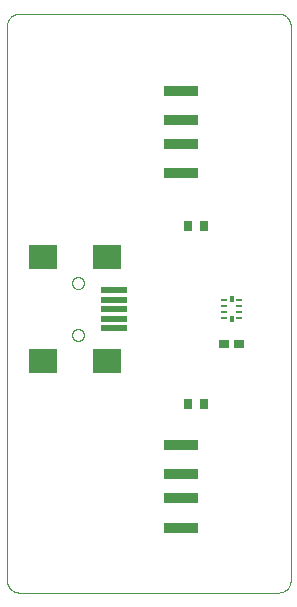
<source format=gtp>
G75*
%MOIN*%
%OFA0B0*%
%FSLAX25Y25*%
%IPPOS*%
%LPD*%
%AMOC8*
5,1,8,0,0,1.08239X$1,22.5*
%
%ADD10C,0.00000*%
%ADD11R,0.03642X0.02913*%
%ADD12R,0.11811X0.03543*%
%ADD13R,0.09449X0.07874*%
%ADD14R,0.09087X0.01969*%
%ADD15R,0.02756X0.03543*%
%ADD16R,0.02283X0.00984*%
%ADD17R,0.01378X0.02480*%
D10*
X0001500Y0005437D02*
X0001500Y0190476D01*
X0001502Y0190600D01*
X0001508Y0190723D01*
X0001517Y0190847D01*
X0001531Y0190969D01*
X0001548Y0191092D01*
X0001570Y0191214D01*
X0001595Y0191335D01*
X0001624Y0191455D01*
X0001656Y0191574D01*
X0001693Y0191693D01*
X0001733Y0191810D01*
X0001776Y0191925D01*
X0001824Y0192040D01*
X0001875Y0192152D01*
X0001929Y0192263D01*
X0001987Y0192373D01*
X0002048Y0192480D01*
X0002113Y0192586D01*
X0002181Y0192689D01*
X0002252Y0192790D01*
X0002326Y0192889D01*
X0002403Y0192986D01*
X0002484Y0193080D01*
X0002567Y0193171D01*
X0002653Y0193260D01*
X0002742Y0193346D01*
X0002833Y0193429D01*
X0002927Y0193510D01*
X0003024Y0193587D01*
X0003123Y0193661D01*
X0003224Y0193732D01*
X0003327Y0193800D01*
X0003433Y0193865D01*
X0003540Y0193926D01*
X0003650Y0193984D01*
X0003761Y0194038D01*
X0003873Y0194089D01*
X0003988Y0194137D01*
X0004103Y0194180D01*
X0004220Y0194220D01*
X0004339Y0194257D01*
X0004458Y0194289D01*
X0004578Y0194318D01*
X0004699Y0194343D01*
X0004821Y0194365D01*
X0004944Y0194382D01*
X0005066Y0194396D01*
X0005190Y0194405D01*
X0005313Y0194411D01*
X0005437Y0194413D01*
X0092051Y0194413D01*
X0092175Y0194411D01*
X0092298Y0194405D01*
X0092422Y0194396D01*
X0092544Y0194382D01*
X0092667Y0194365D01*
X0092789Y0194343D01*
X0092910Y0194318D01*
X0093030Y0194289D01*
X0093149Y0194257D01*
X0093268Y0194220D01*
X0093385Y0194180D01*
X0093500Y0194137D01*
X0093615Y0194089D01*
X0093727Y0194038D01*
X0093838Y0193984D01*
X0093948Y0193926D01*
X0094055Y0193865D01*
X0094161Y0193800D01*
X0094264Y0193732D01*
X0094365Y0193661D01*
X0094464Y0193587D01*
X0094561Y0193510D01*
X0094655Y0193429D01*
X0094746Y0193346D01*
X0094835Y0193260D01*
X0094921Y0193171D01*
X0095004Y0193080D01*
X0095085Y0192986D01*
X0095162Y0192889D01*
X0095236Y0192790D01*
X0095307Y0192689D01*
X0095375Y0192586D01*
X0095440Y0192480D01*
X0095501Y0192373D01*
X0095559Y0192263D01*
X0095613Y0192152D01*
X0095664Y0192040D01*
X0095712Y0191925D01*
X0095755Y0191810D01*
X0095795Y0191693D01*
X0095832Y0191574D01*
X0095864Y0191455D01*
X0095893Y0191335D01*
X0095918Y0191214D01*
X0095940Y0191092D01*
X0095957Y0190969D01*
X0095971Y0190847D01*
X0095980Y0190723D01*
X0095986Y0190600D01*
X0095988Y0190476D01*
X0095988Y0005437D01*
X0095986Y0005313D01*
X0095980Y0005190D01*
X0095971Y0005066D01*
X0095957Y0004944D01*
X0095940Y0004821D01*
X0095918Y0004699D01*
X0095893Y0004578D01*
X0095864Y0004458D01*
X0095832Y0004339D01*
X0095795Y0004220D01*
X0095755Y0004103D01*
X0095712Y0003988D01*
X0095664Y0003873D01*
X0095613Y0003761D01*
X0095559Y0003650D01*
X0095501Y0003540D01*
X0095440Y0003433D01*
X0095375Y0003327D01*
X0095307Y0003224D01*
X0095236Y0003123D01*
X0095162Y0003024D01*
X0095085Y0002927D01*
X0095004Y0002833D01*
X0094921Y0002742D01*
X0094835Y0002653D01*
X0094746Y0002567D01*
X0094655Y0002484D01*
X0094561Y0002403D01*
X0094464Y0002326D01*
X0094365Y0002252D01*
X0094264Y0002181D01*
X0094161Y0002113D01*
X0094055Y0002048D01*
X0093948Y0001987D01*
X0093838Y0001929D01*
X0093727Y0001875D01*
X0093615Y0001824D01*
X0093500Y0001776D01*
X0093385Y0001733D01*
X0093268Y0001693D01*
X0093149Y0001656D01*
X0093030Y0001624D01*
X0092910Y0001595D01*
X0092789Y0001570D01*
X0092667Y0001548D01*
X0092544Y0001531D01*
X0092422Y0001517D01*
X0092298Y0001508D01*
X0092175Y0001502D01*
X0092051Y0001500D01*
X0005437Y0001500D01*
X0005313Y0001502D01*
X0005190Y0001508D01*
X0005066Y0001517D01*
X0004944Y0001531D01*
X0004821Y0001548D01*
X0004699Y0001570D01*
X0004578Y0001595D01*
X0004458Y0001624D01*
X0004339Y0001656D01*
X0004220Y0001693D01*
X0004103Y0001733D01*
X0003988Y0001776D01*
X0003873Y0001824D01*
X0003761Y0001875D01*
X0003650Y0001929D01*
X0003540Y0001987D01*
X0003433Y0002048D01*
X0003327Y0002113D01*
X0003224Y0002181D01*
X0003123Y0002252D01*
X0003024Y0002326D01*
X0002927Y0002403D01*
X0002833Y0002484D01*
X0002742Y0002567D01*
X0002653Y0002653D01*
X0002567Y0002742D01*
X0002484Y0002833D01*
X0002403Y0002927D01*
X0002326Y0003024D01*
X0002252Y0003123D01*
X0002181Y0003224D01*
X0002113Y0003327D01*
X0002048Y0003433D01*
X0001987Y0003540D01*
X0001929Y0003650D01*
X0001875Y0003761D01*
X0001824Y0003873D01*
X0001776Y0003988D01*
X0001733Y0004103D01*
X0001693Y0004220D01*
X0001656Y0004339D01*
X0001624Y0004458D01*
X0001595Y0004578D01*
X0001570Y0004699D01*
X0001548Y0004821D01*
X0001531Y0004944D01*
X0001517Y0005066D01*
X0001508Y0005190D01*
X0001502Y0005313D01*
X0001500Y0005437D01*
X0023153Y0087327D02*
X0023155Y0087415D01*
X0023161Y0087503D01*
X0023171Y0087591D01*
X0023185Y0087679D01*
X0023202Y0087765D01*
X0023224Y0087851D01*
X0023249Y0087935D01*
X0023279Y0088019D01*
X0023311Y0088101D01*
X0023348Y0088181D01*
X0023388Y0088260D01*
X0023432Y0088337D01*
X0023479Y0088412D01*
X0023529Y0088484D01*
X0023583Y0088555D01*
X0023639Y0088622D01*
X0023699Y0088688D01*
X0023761Y0088750D01*
X0023827Y0088810D01*
X0023894Y0088866D01*
X0023965Y0088920D01*
X0024037Y0088970D01*
X0024112Y0089017D01*
X0024189Y0089061D01*
X0024268Y0089101D01*
X0024348Y0089138D01*
X0024430Y0089170D01*
X0024514Y0089200D01*
X0024598Y0089225D01*
X0024684Y0089247D01*
X0024770Y0089264D01*
X0024858Y0089278D01*
X0024946Y0089288D01*
X0025034Y0089294D01*
X0025122Y0089296D01*
X0025210Y0089294D01*
X0025298Y0089288D01*
X0025386Y0089278D01*
X0025474Y0089264D01*
X0025560Y0089247D01*
X0025646Y0089225D01*
X0025730Y0089200D01*
X0025814Y0089170D01*
X0025896Y0089138D01*
X0025976Y0089101D01*
X0026055Y0089061D01*
X0026132Y0089017D01*
X0026207Y0088970D01*
X0026279Y0088920D01*
X0026350Y0088866D01*
X0026417Y0088810D01*
X0026483Y0088750D01*
X0026545Y0088688D01*
X0026605Y0088622D01*
X0026661Y0088555D01*
X0026715Y0088484D01*
X0026765Y0088412D01*
X0026812Y0088337D01*
X0026856Y0088260D01*
X0026896Y0088181D01*
X0026933Y0088101D01*
X0026965Y0088019D01*
X0026995Y0087935D01*
X0027020Y0087851D01*
X0027042Y0087765D01*
X0027059Y0087679D01*
X0027073Y0087591D01*
X0027083Y0087503D01*
X0027089Y0087415D01*
X0027091Y0087327D01*
X0027089Y0087239D01*
X0027083Y0087151D01*
X0027073Y0087063D01*
X0027059Y0086975D01*
X0027042Y0086889D01*
X0027020Y0086803D01*
X0026995Y0086719D01*
X0026965Y0086635D01*
X0026933Y0086553D01*
X0026896Y0086473D01*
X0026856Y0086394D01*
X0026812Y0086317D01*
X0026765Y0086242D01*
X0026715Y0086170D01*
X0026661Y0086099D01*
X0026605Y0086032D01*
X0026545Y0085966D01*
X0026483Y0085904D01*
X0026417Y0085844D01*
X0026350Y0085788D01*
X0026279Y0085734D01*
X0026207Y0085684D01*
X0026132Y0085637D01*
X0026055Y0085593D01*
X0025976Y0085553D01*
X0025896Y0085516D01*
X0025814Y0085484D01*
X0025730Y0085454D01*
X0025646Y0085429D01*
X0025560Y0085407D01*
X0025474Y0085390D01*
X0025386Y0085376D01*
X0025298Y0085366D01*
X0025210Y0085360D01*
X0025122Y0085358D01*
X0025034Y0085360D01*
X0024946Y0085366D01*
X0024858Y0085376D01*
X0024770Y0085390D01*
X0024684Y0085407D01*
X0024598Y0085429D01*
X0024514Y0085454D01*
X0024430Y0085484D01*
X0024348Y0085516D01*
X0024268Y0085553D01*
X0024189Y0085593D01*
X0024112Y0085637D01*
X0024037Y0085684D01*
X0023965Y0085734D01*
X0023894Y0085788D01*
X0023827Y0085844D01*
X0023761Y0085904D01*
X0023699Y0085966D01*
X0023639Y0086032D01*
X0023583Y0086099D01*
X0023529Y0086170D01*
X0023479Y0086242D01*
X0023432Y0086317D01*
X0023388Y0086394D01*
X0023348Y0086473D01*
X0023311Y0086553D01*
X0023279Y0086635D01*
X0023249Y0086719D01*
X0023224Y0086803D01*
X0023202Y0086889D01*
X0023185Y0086975D01*
X0023171Y0087063D01*
X0023161Y0087151D01*
X0023155Y0087239D01*
X0023153Y0087327D01*
X0023153Y0104650D02*
X0023155Y0104738D01*
X0023161Y0104826D01*
X0023171Y0104914D01*
X0023185Y0105002D01*
X0023202Y0105088D01*
X0023224Y0105174D01*
X0023249Y0105258D01*
X0023279Y0105342D01*
X0023311Y0105424D01*
X0023348Y0105504D01*
X0023388Y0105583D01*
X0023432Y0105660D01*
X0023479Y0105735D01*
X0023529Y0105807D01*
X0023583Y0105878D01*
X0023639Y0105945D01*
X0023699Y0106011D01*
X0023761Y0106073D01*
X0023827Y0106133D01*
X0023894Y0106189D01*
X0023965Y0106243D01*
X0024037Y0106293D01*
X0024112Y0106340D01*
X0024189Y0106384D01*
X0024268Y0106424D01*
X0024348Y0106461D01*
X0024430Y0106493D01*
X0024514Y0106523D01*
X0024598Y0106548D01*
X0024684Y0106570D01*
X0024770Y0106587D01*
X0024858Y0106601D01*
X0024946Y0106611D01*
X0025034Y0106617D01*
X0025122Y0106619D01*
X0025210Y0106617D01*
X0025298Y0106611D01*
X0025386Y0106601D01*
X0025474Y0106587D01*
X0025560Y0106570D01*
X0025646Y0106548D01*
X0025730Y0106523D01*
X0025814Y0106493D01*
X0025896Y0106461D01*
X0025976Y0106424D01*
X0026055Y0106384D01*
X0026132Y0106340D01*
X0026207Y0106293D01*
X0026279Y0106243D01*
X0026350Y0106189D01*
X0026417Y0106133D01*
X0026483Y0106073D01*
X0026545Y0106011D01*
X0026605Y0105945D01*
X0026661Y0105878D01*
X0026715Y0105807D01*
X0026765Y0105735D01*
X0026812Y0105660D01*
X0026856Y0105583D01*
X0026896Y0105504D01*
X0026933Y0105424D01*
X0026965Y0105342D01*
X0026995Y0105258D01*
X0027020Y0105174D01*
X0027042Y0105088D01*
X0027059Y0105002D01*
X0027073Y0104914D01*
X0027083Y0104826D01*
X0027089Y0104738D01*
X0027091Y0104650D01*
X0027089Y0104562D01*
X0027083Y0104474D01*
X0027073Y0104386D01*
X0027059Y0104298D01*
X0027042Y0104212D01*
X0027020Y0104126D01*
X0026995Y0104042D01*
X0026965Y0103958D01*
X0026933Y0103876D01*
X0026896Y0103796D01*
X0026856Y0103717D01*
X0026812Y0103640D01*
X0026765Y0103565D01*
X0026715Y0103493D01*
X0026661Y0103422D01*
X0026605Y0103355D01*
X0026545Y0103289D01*
X0026483Y0103227D01*
X0026417Y0103167D01*
X0026350Y0103111D01*
X0026279Y0103057D01*
X0026207Y0103007D01*
X0026132Y0102960D01*
X0026055Y0102916D01*
X0025976Y0102876D01*
X0025896Y0102839D01*
X0025814Y0102807D01*
X0025730Y0102777D01*
X0025646Y0102752D01*
X0025560Y0102730D01*
X0025474Y0102713D01*
X0025386Y0102699D01*
X0025298Y0102689D01*
X0025210Y0102683D01*
X0025122Y0102681D01*
X0025034Y0102683D01*
X0024946Y0102689D01*
X0024858Y0102699D01*
X0024770Y0102713D01*
X0024684Y0102730D01*
X0024598Y0102752D01*
X0024514Y0102777D01*
X0024430Y0102807D01*
X0024348Y0102839D01*
X0024268Y0102876D01*
X0024189Y0102916D01*
X0024112Y0102960D01*
X0024037Y0103007D01*
X0023965Y0103057D01*
X0023894Y0103111D01*
X0023827Y0103167D01*
X0023761Y0103227D01*
X0023699Y0103289D01*
X0023639Y0103355D01*
X0023583Y0103422D01*
X0023529Y0103493D01*
X0023479Y0103565D01*
X0023432Y0103640D01*
X0023388Y0103717D01*
X0023348Y0103796D01*
X0023311Y0103876D01*
X0023279Y0103958D01*
X0023249Y0104042D01*
X0023224Y0104126D01*
X0023202Y0104212D01*
X0023185Y0104298D01*
X0023171Y0104386D01*
X0023161Y0104474D01*
X0023155Y0104562D01*
X0023153Y0104650D01*
D11*
X0073941Y0084177D03*
X0078665Y0084177D03*
D12*
X0059421Y0050713D03*
X0059421Y0040870D03*
X0059421Y0032996D03*
X0059421Y0023154D03*
X0059421Y0141264D03*
X0059421Y0151106D03*
X0059421Y0158980D03*
X0059421Y0168823D03*
D13*
X0034965Y0113311D03*
X0034965Y0078665D03*
X0013311Y0078665D03*
X0013311Y0113311D03*
D14*
X0037185Y0102287D03*
X0037185Y0099138D03*
X0037185Y0095988D03*
X0037185Y0092839D03*
X0037185Y0089689D03*
D15*
X0061933Y0064492D03*
X0067051Y0064492D03*
X0067051Y0123547D03*
X0061933Y0123547D03*
D16*
X0073941Y0098941D03*
X0073941Y0096972D03*
X0073941Y0095004D03*
X0073941Y0093035D03*
X0078665Y0093035D03*
X0078665Y0095004D03*
X0078665Y0096972D03*
X0078665Y0098941D03*
D17*
X0076303Y0099335D03*
X0076303Y0092642D03*
M02*

</source>
